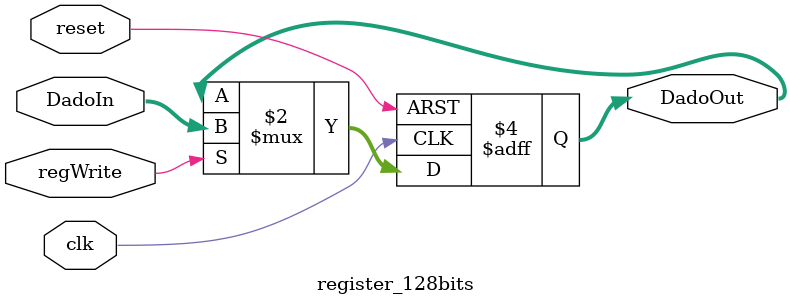
<source format=sv>
module register_128bits(
            input clk,
            input reset,
            input regWrite,
            input logic [128-1:0] DadoIn,
            output logic [128-1:0] DadoOut
        );

always_ff @(posedge clk or posedge reset)
begin	
	if(reset)
		DadoOut <= 128'd0;
	else
	begin
		if (regWrite) begin
		    DadoOut <= DadoIn;
		end
	end		
end
endmodule 

</source>
